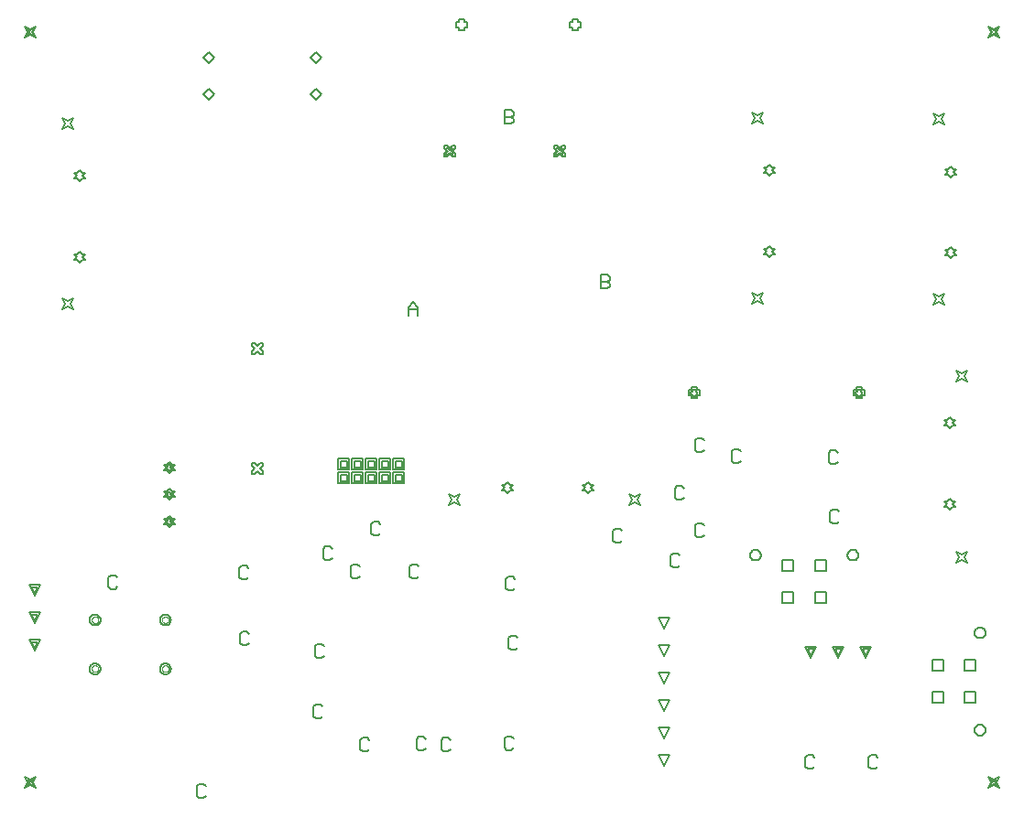
<source format=gbr>
%FSTAX23Y23*%
%MOIN*%
%SFA1B1*%

%IPPOS*%
%ADD78C,0.005000*%
%ADD149C,0.007000*%
%ADD150C,0.004000*%
%LNbatt_man_rev2_drawing_1-1*%
%LPD*%
G54D78*
X03549Y00901D02*
Y00941D01*
X03589*
Y00901*
X03549*
X03431D02*
Y00941D01*
X03471*
Y00901*
X03431*
X03549Y01019D02*
Y01059D01*
X03589*
Y01019*
X03549*
X03431D02*
Y01059D01*
X03471*
Y01019*
X03431*
X02455Y0067D02*
X02435Y0071D01*
X02475*
X02455Y0067*
Y0077D02*
X02435Y0081D01*
X02475*
X02455Y0077*
Y0087D02*
X02435Y0091D01*
X02475*
X02455Y0087*
Y0097D02*
X02435Y0101D01*
X02475*
X02455Y0097*
Y0107D02*
X02435Y0111D01*
X02475*
X02455Y0107*
Y0117D02*
X02435Y0121D01*
X02475*
X02455Y0117*
X03495Y01605D02*
X03505Y01615D01*
X03515*
X03505Y01625*
X03515Y01635*
X03505*
X03495Y01645*
X03485Y01635*
X03475*
X03485Y01625*
X03475Y01615*
X03485*
X03495Y01605*
Y019D02*
X03505Y0191D01*
X03515*
X03505Y0192*
X03515Y0193*
X03505*
X03495Y0194*
X03485Y0193*
X03475*
X03485Y0192*
X03475Y0191*
X03485*
X03495Y019*
X0352Y01412D02*
X0353Y01432D01*
X0352Y01452*
X0354Y01442*
X0356Y01452*
X0355Y01432*
X0356Y01412*
X0354Y01422*
X0352Y01412*
Y0207D02*
X0353Y0209D01*
X0352Y0211*
X0354Y021*
X0356Y0211*
X0355Y0209*
X0356Y0207*
X0354Y0208*
X0352Y0207*
X01885Y01665D02*
X01895Y01675D01*
X01905*
X01895Y01685*
X01905Y01695*
X01895*
X01885Y01705*
X01875Y01695*
X01865*
X01875Y01685*
X01865Y01675*
X01875*
X01885Y01665*
X0218D02*
X0219Y01675D01*
X022*
X0219Y01685*
X022Y01695*
X0219*
X0218Y01705*
X0217Y01695*
X0216*
X0217Y01685*
X0216Y01675*
X0217*
X0218Y01665*
X01672Y0162D02*
X01682Y0164D01*
X01672Y0166*
X01692Y0165*
X01712Y0166*
X01702Y0164*
X01712Y0162*
X01692Y0163*
X01672Y0162*
X0233D02*
X0234Y0164D01*
X0233Y0166*
X0235Y0165*
X0237Y0166*
X0236Y0164*
X0237Y0162*
X0235Y0163*
X0233Y0162*
X03005Y01383D02*
Y01423D01*
X03045*
Y01383*
X03005*
Y01265D02*
Y01305D01*
X03045*
Y01265*
X03005*
X02887Y01383D02*
Y01423D01*
X02927*
Y01383*
X02887*
Y01265D02*
Y01305D01*
X02927*
Y01265*
X02887*
X02121Y0336D02*
Y0335D01*
X02141*
Y0336*
X02151*
Y0338*
X02141*
Y0339*
X02121*
Y0338*
X02111*
Y0336*
X02121*
X01709D02*
Y0335D01*
X01729*
Y0336*
X01739*
Y0338*
X01729*
Y0339*
X01709*
Y0338*
X01699*
Y0336*
X01709*
X00955Y02173D02*
X00965D01*
X00975Y02183*
X00985Y02173*
X00995*
Y02183*
X00985Y02193*
X00995Y02203*
Y02213*
X00985*
X00975Y02203*
X00965Y02213*
X00955*
Y02203*
X00965Y02193*
X00955Y02183*
Y02173*
Y01735D02*
X00965D01*
X00975Y01745*
X00985Y01735*
X00995*
Y01745*
X00985Y01755*
X00995Y01765*
Y01775*
X00985*
X00975Y01765*
X00965Y01775*
X00955*
Y01765*
X00965Y01755*
X00955Y01745*
Y01735*
X0078Y03118D02*
X008Y03138D01*
X0082Y03118*
X008Y03098*
X0078Y03118*
X0117D02*
X0119Y03138D01*
X0121Y03118*
X0119Y03098*
X0117Y03118*
Y03252D02*
X0119Y03272D01*
X0121Y03252*
X0119Y03232*
X0117Y03252*
X0078D02*
X008Y03272D01*
X0082Y03252*
X008Y03232*
X0078Y03252*
X0033Y028D02*
X0034Y0281D01*
X0035*
X0034Y0282*
X0035Y0283*
X0034*
X0033Y0284*
X0032Y0283*
X0031*
X0032Y0282*
X0031Y0281*
X0032*
X0033Y028*
Y02505D02*
X0034Y02515D01*
X0035*
X0034Y02525*
X0035Y02535*
X0034*
X0033Y02545*
X0032Y02535*
X0031*
X0032Y02525*
X0031Y02515*
X0032*
X0033Y02505*
X00265Y02993D02*
X00275Y03013D01*
X00265Y03033*
X00285Y03023*
X00305Y03033*
X00295Y03013*
X00305Y02993*
X00285Y03003*
X00265Y02993*
Y02335D02*
X00275Y02355D01*
X00265Y02375*
X00285Y02365*
X00305Y02375*
X00295Y02355*
X00305Y02335*
X00285Y02345*
X00265Y02335*
X035Y02815D02*
X0351Y02825D01*
X0352*
X0351Y02835*
X0352Y02845*
X0351*
X035Y02855*
X0349Y02845*
X0348*
X0349Y02835*
X0348Y02825*
X0349*
X035Y02815*
Y0252D02*
X0351Y0253D01*
X0352*
X0351Y0254*
X0352Y0255*
X0351*
X035Y0256*
X0349Y0255*
X0348*
X0349Y0254*
X0348Y0253*
X0349*
X035Y0252*
X03435Y03008D02*
X03445Y03028D01*
X03435Y03048*
X03455Y03038*
X03475Y03048*
X03465Y03028*
X03475Y03008*
X03455Y03018*
X03435Y03008*
Y0235D02*
X03445Y0237D01*
X03435Y0239*
X03455Y0238*
X03475Y0239*
X03465Y0237*
X03475Y0235*
X03455Y0236*
X03435Y0235*
X0284Y0282D02*
X0285Y0283D01*
X0286*
X0285Y0284*
X0286Y0285*
X0285*
X0284Y0286*
X0283Y0285*
X0282*
X0283Y0284*
X0282Y0283*
X0283*
X0284Y0282*
Y02525D02*
X0285Y02535D01*
X0286*
X0285Y02545*
X0286Y02555*
X0285*
X0284Y02565*
X0283Y02555*
X0282*
X0283Y02545*
X0282Y02535*
X0283*
X0284Y02525*
X02775Y03013D02*
X02785Y03033D01*
X02775Y03053*
X02795Y03043*
X02815Y03053*
X02805Y03033*
X02815Y03013*
X02795Y03023*
X02775Y03013*
Y02355D02*
X02785Y02375D01*
X02775Y02395*
X02795Y02385*
X02815Y02395*
X02805Y02375*
X02815Y02355*
X02795Y02365*
X02775Y02355*
X0127Y017D02*
Y0174D01*
X0131*
Y017*
X0127*
X01278Y01708D02*
Y01732D01*
X01302*
Y01708*
X01278*
X0132Y017D02*
Y0174D01*
X0136*
Y017*
X0132*
X01328Y01708D02*
Y01732D01*
X01352*
Y01708*
X01328*
X0137Y017D02*
Y0174D01*
X0141*
Y017*
X0137*
X01378Y01708D02*
Y01732D01*
X01402*
Y01708*
X01378*
X0142Y017D02*
Y0174D01*
X0146*
Y017*
X0142*
X01428Y01708D02*
Y01732D01*
X01452*
Y01708*
X01428*
X0147Y017D02*
Y0174D01*
X0151*
Y017*
X0147*
X01478Y01708D02*
Y01732D01*
X01502*
Y01708*
X01478*
X0127Y0175D02*
Y0179D01*
X0131*
Y0175*
X0127*
X01278Y01758D02*
Y01782D01*
X01302*
Y01758*
X01278*
X0132Y0175D02*
Y0179D01*
X0136*
Y0175*
X0132*
X01328Y01758D02*
Y01782D01*
X01352*
Y01758*
X01328*
X0137Y0175D02*
Y0179D01*
X0141*
Y0175*
X0137*
X01378Y01758D02*
Y01782D01*
X01402*
Y01758*
X01378*
X0142Y0175D02*
Y0179D01*
X0146*
Y0175*
X0142*
X01428Y01758D02*
Y01782D01*
X01452*
Y01758*
X01428*
X0147Y0175D02*
Y0179D01*
X0151*
Y0175*
X0147*
X01478Y01758D02*
Y01782D01*
X01502*
Y01758*
X01478*
X00165Y0129D02*
X00145Y0133D01*
X00185*
X00165Y0129*
Y01298D02*
X00153Y01322D01*
X00177*
X00165Y01298*
Y0119D02*
X00145Y0123D01*
X00185*
X00165Y0119*
Y01198D02*
X00153Y01222D01*
X00177*
X00165Y01198*
Y0109D02*
X00145Y0113D01*
X00185*
X00165Y0109*
Y01098D02*
X00153Y01122D01*
X00177*
X00165Y01098*
X00654Y01738D02*
X00664Y01748D01*
X00674*
X00664Y01758*
X00674Y01768*
X00664*
X00654Y01778*
X00644Y01768*
X00634*
X00644Y01758*
X00634Y01748*
X00644*
X00654Y01738*
Y01746D02*
X0066Y01752D01*
X00666*
X0066Y01758*
X00666Y01764*
X0066*
X00654Y0177*
X00648Y01764*
X00642*
X00648Y01758*
X00642Y01752*
X00648*
X00654Y01746*
Y0164D02*
X00664Y0165D01*
X00674*
X00664Y0166*
X00674Y0167*
X00664*
X00654Y0168*
X00644Y0167*
X00634*
X00644Y0166*
X00634Y0165*
X00644*
X00654Y0164*
Y01648D02*
X0066Y01654D01*
X00666*
X0066Y0166*
X00666Y01666*
X0066*
X00654Y01672*
X00648Y01666*
X00642*
X00648Y0166*
X00642Y01654*
X00648*
X00654Y01648*
Y01542D02*
X00664Y01552D01*
X00674*
X00664Y01562*
X00674Y01572*
X00664*
X00654Y01582*
X00644Y01572*
X00634*
X00644Y01562*
X00634Y01552*
X00644*
X00654Y01542*
Y0155D02*
X0066Y01556D01*
X00666*
X0066Y01562*
X00666Y01568*
X0066*
X00654Y01574*
X00648Y01568*
X00642*
X00648Y01562*
X00642Y01556*
X00648*
X00654Y0155*
X0013Y03325D02*
X0014Y03345D01*
X0013Y03365*
X0015Y03355*
X0017Y03365*
X0016Y03345*
X0017Y03325*
X0015Y03335*
X0013Y03325*
X00138Y03333D02*
X00144Y03345D01*
X00138Y03357*
X0015Y03351*
X00162Y03357*
X00156Y03345*
X00162Y03333*
X0015Y03339*
X00138Y03333*
X0013Y0059D02*
X0014Y0061D01*
X0013Y0063*
X0015Y0062*
X0017Y0063*
X0016Y0061*
X0017Y0059*
X0015Y006*
X0013Y0059*
X00138Y00598D02*
X00144Y0061D01*
X00138Y00622*
X0015Y00616*
X00162Y00622*
X00156Y0061*
X00162Y00598*
X0015Y00604*
X00138Y00598*
X03635Y03325D02*
X03645Y03345D01*
X03635Y03365*
X03655Y03355*
X03675Y03365*
X03665Y03345*
X03675Y03325*
X03655Y03335*
X03635Y03325*
X03643Y03333D02*
X03649Y03345D01*
X03643Y03357*
X03655Y03351*
X03667Y03357*
X03661Y03345*
X03667Y03333*
X03655Y03339*
X03643Y03333*
X03635Y0059D02*
X03645Y0061D01*
X03635Y0063*
X03655Y0062*
X03675Y0063*
X03665Y0061*
X03675Y0059*
X03655Y006*
X03635Y0059*
X03643Y00598D02*
X03649Y0061D01*
X03643Y00622*
X03655Y00616*
X03667Y00622*
X03661Y0061*
X03667Y00598*
X03655Y00604*
X03643Y00598*
X02555Y0202D02*
Y0201D01*
X02575*
Y0202*
X02585*
Y0204*
X02575*
Y0205*
X02555*
Y0204*
X02545*
Y0202*
X02555*
X02559Y02024D02*
Y02018D01*
X02571*
Y02024*
X02577*
Y02036*
X02571*
Y02042*
X02559*
Y02036*
X02553*
Y02024*
X02559*
X03155Y0202D02*
Y0201D01*
X03175*
Y0202*
X03185*
Y0204*
X03175*
Y0205*
X03155*
Y0204*
X03145*
Y0202*
X03155*
X03159Y02024D02*
Y02018D01*
X03171*
Y02024*
X03177*
Y02036*
X03171*
Y02042*
X03159*
Y02036*
X03153*
Y02024*
X03159*
X02055Y0289D02*
X02065D01*
X02075Y029*
X02085Y0289*
X02095*
Y029*
X02085Y0291*
X02095Y0292*
Y0293*
X02085*
X02075Y0292*
X02065Y0293*
X02055*
Y0292*
X02065Y0291*
X02055Y029*
Y0289*
X02063Y02898D02*
X02069D01*
X02075Y02904*
X02081Y02898*
X02087*
Y02904*
X02081Y0291*
X02087Y02916*
Y02922*
X02081*
X02075Y02916*
X02069Y02922*
X02063*
Y02916*
X02069Y0291*
X02063Y02904*
Y02898*
X01655Y0289D02*
X01665D01*
X01675Y029*
X01685Y0289*
X01695*
Y029*
X01685Y0291*
X01695Y0292*
Y0293*
X01685*
X01675Y0292*
X01665Y0293*
X01655*
Y0292*
X01665Y0291*
X01655Y029*
Y0289*
X01663Y02898D02*
X01669D01*
X01675Y02904*
X01681Y02898*
X01687*
Y02904*
X01681Y0291*
X01687Y02916*
Y02922*
X01681*
X01675Y02916*
X01669Y02922*
X01663*
Y02916*
X01669Y0291*
X01663Y02904*
Y02898*
X01525Y0231D02*
Y02343D01*
X01542Y0236*
X01558Y02343*
Y0231*
Y02335*
X01525*
X01875Y0306D02*
Y0301D01*
X019*
X01908Y03018*
Y03027*
X019Y03035*
X01875*
X019*
X01908Y03043*
Y03052*
X019Y0306*
X01875*
X02225Y0246D02*
Y0241D01*
X0225*
X02258Y02418*
Y02427*
X0225Y02435*
X02225*
X0225*
X02258Y02443*
Y02452*
X0225Y0246*
X02225*
X0299Y01065D02*
X0297Y01105D01*
X0301*
X0299Y01065*
Y01073D02*
X02978Y01097D01*
X03002*
X0299Y01073*
X0309Y01065D02*
X0307Y01105D01*
X0311*
X0309Y01065*
Y01073D02*
X03078Y01097D01*
X03102*
X0309Y01073*
X0319Y01065D02*
X0317Y01105D01*
X0321*
X0319Y01065*
Y01073D02*
X03178Y01097D01*
X03202*
X0319Y01073*
X00943Y01392D02*
X00935Y014D01*
X00918*
X0091Y01392*
Y01358*
X00918Y0135*
X00935*
X00943Y01358*
X00946Y01153D02*
X00937Y01161D01*
X00921*
X00912Y01153*
Y01119*
X00921Y01111*
X00937*
X00946Y01119*
X00788Y00597D02*
X0078Y00605D01*
X00763*
X00755Y00597*
Y00563*
X00763Y00555*
X0078*
X00788Y00563*
X03233Y00702D02*
X03225Y0071D01*
X03208*
X032Y00702*
Y00668*
X03208Y0066*
X03225*
X03233Y00668*
X03003Y00702D02*
X02995Y0071D01*
X02978*
X0297Y00702*
Y00668*
X02978Y0066*
X02995*
X03003Y00668*
X01248Y01462D02*
X0124Y0147D01*
X01223*
X01215Y01462*
Y01428*
X01223Y0142*
X0124*
X01248Y01428*
X01213Y00887D02*
X01205Y00895D01*
X01188*
X0118Y00887*
Y00853*
X01188Y00845*
X01205*
X01213Y00853*
X01218Y01107D02*
X0121Y01115D01*
X01193*
X01185Y01107*
Y01073*
X01193Y01065*
X0121*
X01218Y01073*
X02303Y01527D02*
X02295Y01535D01*
X02278*
X0227Y01527*
Y01493*
X02278Y01485*
X02295*
X02303Y01493*
X01423Y01552D02*
X01414Y0156D01*
X01398*
X01389Y01552*
Y01518*
X01398Y0151*
X01414*
X01423Y01518*
X03088Y01812D02*
X0308Y0182D01*
X03063*
X03055Y01812*
Y01778*
X03063Y0177*
X0308*
X03088Y01778*
X00466Y01357D02*
X00458Y01365D01*
X00441*
X00433Y01357*
Y01324*
X00441Y01315*
X00458*
X00466Y01324*
X03093Y01597D02*
X03085Y01605D01*
X03068*
X0306Y01597*
Y01563*
X03068Y01555*
X03085*
X03093Y01563*
X01923Y01137D02*
X01915Y01145D01*
X01898*
X0189Y01137*
Y01103*
X01898Y01095*
X01915*
X01923Y01103*
X01913Y01352D02*
X01905Y0136D01*
X01888*
X0188Y01352*
Y01318*
X01888Y0131*
X01905*
X01913Y01318*
X01348Y01397D02*
X0134Y01405D01*
X01323*
X01315Y01397*
Y01363*
X01323Y01355*
X0134*
X01348Y01363*
X01563Y01397D02*
X01555Y01405D01*
X01538*
X0153Y01397*
Y01363*
X01538Y01355*
X01555*
X01563Y01363*
X01383Y00766D02*
X01375Y00774D01*
X01358*
X0135Y00766*
Y00733*
X01358Y00724*
X01375*
X01383Y00733*
X01588Y00768D02*
X0158Y00777D01*
X01563*
X01555Y00768*
Y00735*
X01563Y00727*
X0158*
X01588Y00735*
X01908Y0077D02*
X019Y00778D01*
X01883*
X01875Y0077*
Y00737*
X01883Y00728*
X019*
X01908Y00737*
X01678Y00766D02*
X0167Y00774D01*
X01653*
X01645Y00766*
Y00732*
X01653Y00724*
X0167*
X01678Y00732*
X02528Y01682D02*
X0252Y0169D01*
X02503*
X02495Y01682*
Y01648*
X02503Y0164*
X0252*
X02528Y01648*
X02513Y01437D02*
X02505Y01445D01*
X02488*
X0248Y01437*
Y01403*
X02488Y01395*
X02505*
X02513Y01403*
X02734Y01817D02*
X02726Y01825D01*
X02709*
X02701Y01817*
Y01783*
X02709Y01775*
X02726*
X02734Y01783*
X02601Y01547D02*
X02593Y01555D01*
X02576*
X02568Y01547*
Y01513*
X02576Y01505*
X02593*
X02601Y01513*
Y01857D02*
X02593Y01865D01*
X02576*
X02568Y01857*
Y01823*
X02576Y01815*
X02593*
X02601Y01823*
G54D149*
X03626Y00803D02*
D01*
X03625Y00804*
X03625Y00805*
X03625Y00807*
X03625Y00808*
X03624Y00809*
X03624Y00811*
X03623Y00812*
X03622Y00813*
X03622Y00814*
X03621Y00815*
X0362Y00816*
X03619Y00817*
X03618Y00818*
X03617Y00819*
X03616Y0082*
X03614Y0082*
X03613Y00821*
X03612Y00822*
X0361Y00822*
X03609Y00822*
X03608Y00822*
X03606Y00822*
X03605*
X03603Y00822*
X03602Y00822*
X03601Y00822*
X03599Y00822*
X03598Y00821*
X03597Y0082*
X03596Y0082*
X03594Y00819*
X03593Y00818*
X03592Y00817*
X03591Y00816*
X0359Y00815*
X03589Y00814*
X03589Y00813*
X03588Y00812*
X03587Y00811*
X03587Y00809*
X03586Y00808*
X03586Y00807*
X03586Y00805*
X03586Y00804*
X03586Y00803*
X03586Y00801*
X03586Y008*
X03586Y00798*
X03586Y00797*
X03587Y00796*
X03587Y00794*
X03588Y00793*
X03589Y00792*
X03589Y00791*
X0359Y0079*
X03591Y00789*
X03592Y00788*
X03593Y00787*
X03594Y00786*
X03596Y00785*
X03597Y00785*
X03598Y00784*
X03599Y00783*
X03601Y00783*
X03602Y00783*
X03603Y00783*
X03605Y00783*
X03606*
X03608Y00783*
X03609Y00783*
X0361Y00783*
X03612Y00783*
X03613Y00784*
X03614Y00785*
X03616Y00785*
X03617Y00786*
X03618Y00787*
X03619Y00788*
X0362Y00789*
X03621Y0079*
X03622Y00791*
X03622Y00792*
X03623Y00793*
X03624Y00794*
X03624Y00796*
X03625Y00797*
X03625Y00798*
X03625Y008*
X03625Y00801*
X03626Y00803*
Y01157D02*
D01*
X03625Y01158*
X03625Y01159*
X03625Y01161*
X03625Y01162*
X03624Y01163*
X03624Y01165*
X03623Y01166*
X03622Y01167*
X03622Y01168*
X03621Y01169*
X0362Y0117*
X03619Y01171*
X03618Y01172*
X03617Y01173*
X03616Y01174*
X03614Y01174*
X03613Y01175*
X03612Y01176*
X0361Y01176*
X03609Y01176*
X03608Y01176*
X03606Y01176*
X03605*
X03603Y01176*
X03602Y01176*
X03601Y01176*
X03599Y01176*
X03598Y01175*
X03597Y01174*
X03596Y01174*
X03594Y01173*
X03593Y01172*
X03592Y01171*
X03591Y0117*
X0359Y01169*
X03589Y01168*
X03589Y01167*
X03588Y01166*
X03587Y01165*
X03587Y01163*
X03586Y01162*
X03586Y01161*
X03586Y01159*
X03586Y01158*
X03586Y01157*
X03586Y01155*
X03586Y01154*
X03586Y01152*
X03586Y01151*
X03587Y0115*
X03587Y01148*
X03588Y01147*
X03589Y01146*
X03589Y01145*
X0359Y01144*
X03591Y01143*
X03592Y01142*
X03593Y01141*
X03594Y0114*
X03596Y01139*
X03597Y01139*
X03598Y01138*
X03599Y01137*
X03601Y01137*
X03602Y01137*
X03603Y01137*
X03605Y01137*
X03606*
X03608Y01137*
X03609Y01137*
X0361Y01137*
X03612Y01137*
X03613Y01138*
X03614Y01139*
X03616Y01139*
X03617Y0114*
X03618Y01141*
X03619Y01142*
X0362Y01143*
X03621Y01144*
X03622Y01145*
X03622Y01146*
X03623Y01147*
X03624Y01148*
X03624Y0115*
X03625Y01151*
X03625Y01152*
X03625Y01154*
X03625Y01155*
X03626Y01157*
X03163Y0144D02*
D01*
X03162Y01441*
X03162Y01442*
X03162Y01444*
X03162Y01445*
X03161Y01446*
X03161Y01448*
X0316Y01449*
X03159Y0145*
X03159Y01451*
X03158Y01452*
X03157Y01453*
X03156Y01454*
X03155Y01455*
X03154Y01456*
X03153Y01457*
X03151Y01457*
X0315Y01458*
X03149Y01459*
X03147Y01459*
X03146Y01459*
X03145Y01459*
X03143Y01459*
X03142*
X0314Y01459*
X03139Y01459*
X03138Y01459*
X03136Y01459*
X03135Y01458*
X03134Y01457*
X03133Y01457*
X03131Y01456*
X0313Y01455*
X03129Y01454*
X03128Y01453*
X03127Y01452*
X03126Y01451*
X03126Y0145*
X03125Y01449*
X03124Y01448*
X03124Y01446*
X03123Y01445*
X03123Y01444*
X03123Y01442*
X03123Y01441*
X03123Y0144*
X03123Y01438*
X03123Y01437*
X03123Y01435*
X03123Y01434*
X03124Y01433*
X03124Y01431*
X03125Y0143*
X03126Y01429*
X03126Y01428*
X03127Y01427*
X03128Y01426*
X03129Y01425*
X0313Y01424*
X03131Y01423*
X03133Y01422*
X03134Y01422*
X03135Y01421*
X03136Y0142*
X03138Y0142*
X03139Y0142*
X0314Y0142*
X03142Y0142*
X03143*
X03145Y0142*
X03146Y0142*
X03147Y0142*
X03149Y0142*
X0315Y01421*
X03151Y01422*
X03153Y01422*
X03154Y01423*
X03155Y01424*
X03156Y01425*
X03157Y01426*
X03158Y01427*
X03159Y01428*
X03159Y01429*
X0316Y0143*
X03161Y01431*
X03161Y01433*
X03162Y01434*
X03162Y01435*
X03162Y01437*
X03162Y01438*
X03163Y0144*
X02809D02*
D01*
X02808Y01441*
X02808Y01442*
X02808Y01444*
X02808Y01445*
X02807Y01446*
X02807Y01448*
X02806Y01449*
X02805Y0145*
X02805Y01451*
X02804Y01452*
X02803Y01453*
X02802Y01454*
X02801Y01455*
X028Y01456*
X02799Y01457*
X02797Y01457*
X02796Y01458*
X02795Y01459*
X02793Y01459*
X02792Y01459*
X02791Y01459*
X02789Y01459*
X02788*
X02786Y01459*
X02785Y01459*
X02784Y01459*
X02782Y01459*
X02781Y01458*
X0278Y01457*
X02779Y01457*
X02777Y01456*
X02776Y01455*
X02775Y01454*
X02774Y01453*
X02773Y01452*
X02772Y01451*
X02772Y0145*
X02771Y01449*
X0277Y01448*
X0277Y01446*
X02769Y01445*
X02769Y01444*
X02769Y01442*
X02769Y01441*
X02769Y0144*
X02769Y01438*
X02769Y01437*
X02769Y01435*
X02769Y01434*
X0277Y01433*
X0277Y01431*
X02771Y0143*
X02772Y01429*
X02772Y01428*
X02773Y01427*
X02774Y01426*
X02775Y01425*
X02776Y01424*
X02777Y01423*
X02779Y01422*
X0278Y01422*
X02781Y01421*
X02782Y0142*
X02784Y0142*
X02785Y0142*
X02786Y0142*
X02788Y0142*
X02789*
X02791Y0142*
X02792Y0142*
X02793Y0142*
X02795Y0142*
X02796Y01421*
X02797Y01422*
X02799Y01422*
X028Y01423*
X02801Y01424*
X02802Y01425*
X02803Y01426*
X02804Y01427*
X02805Y01428*
X02805Y01429*
X02806Y0143*
X02807Y01431*
X02807Y01433*
X02808Y01434*
X02808Y01435*
X02808Y01437*
X02808Y01438*
X02809Y0144*
X00405Y01204D02*
D01*
X00404Y01205*
X00404Y01206*
X00404Y01208*
X00404Y01209*
X00403Y0121*
X00403Y01212*
X00402Y01213*
X00401Y01214*
X00401Y01215*
X004Y01216*
X00399Y01217*
X00398Y01218*
X00397Y01219*
X00396Y0122*
X00395Y01221*
X00393Y01221*
X00392Y01222*
X00391Y01223*
X00389Y01223*
X00388Y01223*
X00387Y01223*
X00385Y01223*
X00384*
X00382Y01223*
X00381Y01223*
X0038Y01223*
X00378Y01223*
X00377Y01222*
X00376Y01221*
X00375Y01221*
X00373Y0122*
X00372Y01219*
X00371Y01218*
X0037Y01217*
X00369Y01216*
X00368Y01215*
X00368Y01214*
X00367Y01213*
X00366Y01212*
X00366Y0121*
X00365Y01209*
X00365Y01208*
X00365Y01206*
X00365Y01205*
X00365Y01204*
X00365Y01202*
X00365Y01201*
X00365Y01199*
X00365Y01198*
X00366Y01197*
X00366Y01195*
X00367Y01194*
X00368Y01193*
X00368Y01192*
X00369Y01191*
X0037Y0119*
X00371Y01189*
X00372Y01188*
X00373Y01187*
X00375Y01186*
X00376Y01186*
X00377Y01185*
X00378Y01184*
X0038Y01184*
X00381Y01184*
X00382Y01184*
X00384Y01184*
X00385*
X00387Y01184*
X00388Y01184*
X00389Y01184*
X00391Y01184*
X00392Y01185*
X00393Y01186*
X00395Y01186*
X00396Y01187*
X00397Y01188*
X00398Y01189*
X00399Y0119*
X004Y01191*
X00401Y01192*
X00401Y01193*
X00402Y01194*
X00403Y01195*
X00403Y01197*
X00404Y01198*
X00404Y01199*
X00404Y01201*
X00404Y01202*
X00405Y01204*
X00661D02*
D01*
X0066Y01205*
X0066Y01206*
X0066Y01208*
X0066Y01209*
X00659Y0121*
X00659Y01212*
X00658Y01213*
X00657Y01214*
X00657Y01215*
X00656Y01216*
X00655Y01217*
X00654Y01218*
X00653Y01219*
X00652Y0122*
X00651Y01221*
X00649Y01221*
X00648Y01222*
X00647Y01223*
X00645Y01223*
X00644Y01223*
X00643Y01223*
X00641Y01223*
X0064*
X00638Y01223*
X00637Y01223*
X00636Y01223*
X00634Y01223*
X00633Y01222*
X00632Y01221*
X00631Y01221*
X00629Y0122*
X00628Y01219*
X00627Y01218*
X00626Y01217*
X00625Y01216*
X00624Y01215*
X00624Y01214*
X00623Y01213*
X00622Y01212*
X00622Y0121*
X00621Y01209*
X00621Y01208*
X00621Y01206*
X00621Y01205*
X00621Y01204*
X00621Y01202*
X00621Y01201*
X00621Y01199*
X00621Y01198*
X00622Y01197*
X00622Y01195*
X00623Y01194*
X00624Y01193*
X00624Y01192*
X00625Y01191*
X00626Y0119*
X00627Y01189*
X00628Y01188*
X00629Y01187*
X00631Y01186*
X00632Y01186*
X00633Y01185*
X00634Y01184*
X00636Y01184*
X00637Y01184*
X00638Y01184*
X0064Y01184*
X00641*
X00643Y01184*
X00644Y01184*
X00645Y01184*
X00647Y01184*
X00648Y01185*
X00649Y01186*
X00651Y01186*
X00652Y01187*
X00653Y01188*
X00654Y01189*
X00655Y0119*
X00656Y01191*
X00657Y01192*
X00657Y01193*
X00658Y01194*
X00659Y01195*
X00659Y01197*
X0066Y01198*
X0066Y01199*
X0066Y01201*
X0066Y01202*
X00661Y01204*
X00405Y01026D02*
D01*
X00404Y01027*
X00404Y01028*
X00404Y0103*
X00404Y01031*
X00403Y01032*
X00403Y01034*
X00402Y01035*
X00401Y01036*
X00401Y01037*
X004Y01038*
X00399Y01039*
X00398Y0104*
X00397Y01041*
X00396Y01042*
X00395Y01043*
X00393Y01043*
X00392Y01044*
X00391Y01045*
X00389Y01045*
X00388Y01045*
X00387Y01045*
X00385Y01045*
X00384*
X00382Y01045*
X00381Y01045*
X0038Y01045*
X00378Y01045*
X00377Y01044*
X00376Y01043*
X00375Y01043*
X00373Y01042*
X00372Y01041*
X00371Y0104*
X0037Y01039*
X00369Y01038*
X00368Y01037*
X00368Y01036*
X00367Y01035*
X00366Y01034*
X00366Y01032*
X00365Y01031*
X00365Y0103*
X00365Y01028*
X00365Y01027*
X00365Y01026*
X00365Y01024*
X00365Y01023*
X00365Y01021*
X00365Y0102*
X00366Y01019*
X00366Y01017*
X00367Y01016*
X00368Y01015*
X00368Y01014*
X00369Y01013*
X0037Y01012*
X00371Y01011*
X00372Y0101*
X00373Y01009*
X00375Y01008*
X00376Y01008*
X00377Y01007*
X00378Y01006*
X0038Y01006*
X00381Y01006*
X00382Y01006*
X00384Y01006*
X00385*
X00387Y01006*
X00388Y01006*
X00389Y01006*
X00391Y01006*
X00392Y01007*
X00393Y01008*
X00395Y01008*
X00396Y01009*
X00397Y0101*
X00398Y01011*
X00399Y01012*
X004Y01013*
X00401Y01014*
X00401Y01015*
X00402Y01016*
X00403Y01017*
X00403Y01019*
X00404Y0102*
X00404Y01021*
X00404Y01023*
X00404Y01024*
X00405Y01026*
X00661D02*
D01*
X0066Y01027*
X0066Y01028*
X0066Y0103*
X0066Y01031*
X00659Y01032*
X00659Y01034*
X00658Y01035*
X00657Y01036*
X00657Y01037*
X00656Y01038*
X00655Y01039*
X00654Y0104*
X00653Y01041*
X00652Y01042*
X00651Y01043*
X00649Y01043*
X00648Y01044*
X00647Y01045*
X00645Y01045*
X00644Y01045*
X00643Y01045*
X00641Y01045*
X0064*
X00638Y01045*
X00637Y01045*
X00636Y01045*
X00634Y01045*
X00633Y01044*
X00632Y01043*
X00631Y01043*
X00629Y01042*
X00628Y01041*
X00627Y0104*
X00626Y01039*
X00625Y01038*
X00624Y01037*
X00624Y01036*
X00623Y01035*
X00622Y01034*
X00622Y01032*
X00621Y01031*
X00621Y0103*
X00621Y01028*
X00621Y01027*
X00621Y01026*
X00621Y01024*
X00621Y01023*
X00621Y01021*
X00621Y0102*
X00622Y01019*
X00622Y01017*
X00623Y01016*
X00624Y01015*
X00624Y01014*
X00625Y01013*
X00626Y01012*
X00627Y01011*
X00628Y0101*
X00629Y01009*
X00631Y01008*
X00632Y01008*
X00633Y01007*
X00634Y01006*
X00636Y01006*
X00637Y01006*
X00638Y01006*
X0064Y01006*
X00641*
X00643Y01006*
X00644Y01006*
X00645Y01006*
X00647Y01006*
X00648Y01007*
X00649Y01008*
X00651Y01008*
X00652Y01009*
X00653Y0101*
X00654Y01011*
X00655Y01012*
X00656Y01013*
X00657Y01014*
X00657Y01015*
X00658Y01016*
X00659Y01017*
X00659Y01019*
X0066Y0102*
X0066Y01021*
X0066Y01023*
X0066Y01024*
X00661Y01026*
G54D150*
X00397Y01204D02*
D01*
X00396Y01204*
X00396Y01205*
X00396Y01206*
X00396Y01207*
X00396Y01208*
X00395Y01208*
X00395Y01209*
X00395Y0121*
X00394Y01211*
X00394Y01211*
X00393Y01212*
X00393Y01212*
X00392Y01213*
X00391Y01213*
X00391Y01214*
X0039Y01214*
X00389Y01215*
X00388Y01215*
X00387Y01215*
X00387Y01215*
X00386Y01215*
X00385Y01215*
X00384*
X00383Y01215*
X00382Y01215*
X00382Y01215*
X00381Y01215*
X0038Y01215*
X00379Y01214*
X00379Y01214*
X00378Y01213*
X00377Y01213*
X00376Y01212*
X00376Y01212*
X00375Y01211*
X00375Y01211*
X00374Y0121*
X00374Y01209*
X00374Y01208*
X00373Y01208*
X00373Y01207*
X00373Y01206*
X00373Y01205*
X00373Y01204*
X00373Y01204*
X00373Y01203*
X00373Y01202*
X00373Y01201*
X00373Y012*
X00373Y01199*
X00374Y01199*
X00374Y01198*
X00374Y01197*
X00375Y01196*
X00375Y01196*
X00376Y01195*
X00376Y01195*
X00377Y01194*
X00378Y01194*
X00379Y01193*
X00379Y01193*
X0038Y01192*
X00381Y01192*
X00382Y01192*
X00382Y01192*
X00383Y01192*
X00384Y01192*
X00385*
X00386Y01192*
X00387Y01192*
X00387Y01192*
X00388Y01192*
X00389Y01192*
X0039Y01193*
X00391Y01193*
X00391Y01194*
X00392Y01194*
X00393Y01195*
X00393Y01195*
X00394Y01196*
X00394Y01196*
X00395Y01197*
X00395Y01198*
X00395Y01199*
X00396Y01199*
X00396Y012*
X00396Y01201*
X00396Y01202*
X00396Y01203*
X00397Y01204*
X00653D02*
D01*
X00652Y01204*
X00652Y01205*
X00652Y01206*
X00652Y01207*
X00652Y01208*
X00651Y01208*
X00651Y01209*
X00651Y0121*
X0065Y01211*
X0065Y01211*
X00649Y01212*
X00649Y01212*
X00648Y01213*
X00647Y01213*
X00647Y01214*
X00646Y01214*
X00645Y01215*
X00644Y01215*
X00643Y01215*
X00643Y01215*
X00642Y01215*
X00641Y01215*
X0064*
X00639Y01215*
X00638Y01215*
X00638Y01215*
X00637Y01215*
X00636Y01215*
X00635Y01214*
X00635Y01214*
X00634Y01213*
X00633Y01213*
X00632Y01212*
X00632Y01212*
X00631Y01211*
X00631Y01211*
X0063Y0121*
X0063Y01209*
X0063Y01208*
X00629Y01208*
X00629Y01207*
X00629Y01206*
X00629Y01205*
X00629Y01204*
X00629Y01204*
X00629Y01203*
X00629Y01202*
X00629Y01201*
X00629Y012*
X00629Y01199*
X0063Y01199*
X0063Y01198*
X0063Y01197*
X00631Y01196*
X00631Y01196*
X00632Y01195*
X00632Y01195*
X00633Y01194*
X00634Y01194*
X00635Y01193*
X00635Y01193*
X00636Y01192*
X00637Y01192*
X00638Y01192*
X00638Y01192*
X00639Y01192*
X0064Y01192*
X00641*
X00642Y01192*
X00643Y01192*
X00643Y01192*
X00644Y01192*
X00645Y01192*
X00646Y01193*
X00647Y01193*
X00647Y01194*
X00648Y01194*
X00649Y01195*
X00649Y01195*
X0065Y01196*
X0065Y01196*
X00651Y01197*
X00651Y01198*
X00651Y01199*
X00652Y01199*
X00652Y012*
X00652Y01201*
X00652Y01202*
X00652Y01203*
X00653Y01204*
X00397Y01026D02*
D01*
X00396Y01026*
X00396Y01027*
X00396Y01028*
X00396Y01029*
X00396Y0103*
X00395Y0103*
X00395Y01031*
X00395Y01032*
X00394Y01033*
X00394Y01033*
X00393Y01034*
X00393Y01034*
X00392Y01035*
X00391Y01035*
X00391Y01036*
X0039Y01036*
X00389Y01037*
X00388Y01037*
X00387Y01037*
X00387Y01037*
X00386Y01037*
X00385Y01037*
X00384*
X00383Y01037*
X00382Y01037*
X00382Y01037*
X00381Y01037*
X0038Y01037*
X00379Y01036*
X00379Y01036*
X00378Y01035*
X00377Y01035*
X00376Y01034*
X00376Y01034*
X00375Y01033*
X00375Y01033*
X00374Y01032*
X00374Y01031*
X00374Y0103*
X00373Y0103*
X00373Y01029*
X00373Y01028*
X00373Y01027*
X00373Y01026*
X00373Y01026*
X00373Y01025*
X00373Y01024*
X00373Y01023*
X00373Y01022*
X00373Y01021*
X00374Y01021*
X00374Y0102*
X00374Y01019*
X00375Y01018*
X00375Y01018*
X00376Y01017*
X00376Y01017*
X00377Y01016*
X00378Y01016*
X00379Y01015*
X00379Y01015*
X0038Y01014*
X00381Y01014*
X00382Y01014*
X00382Y01014*
X00383Y01014*
X00384Y01014*
X00385*
X00386Y01014*
X00387Y01014*
X00387Y01014*
X00388Y01014*
X00389Y01014*
X0039Y01015*
X00391Y01015*
X00391Y01016*
X00392Y01016*
X00393Y01017*
X00393Y01017*
X00394Y01018*
X00394Y01018*
X00395Y01019*
X00395Y0102*
X00395Y01021*
X00396Y01021*
X00396Y01022*
X00396Y01023*
X00396Y01024*
X00396Y01025*
X00397Y01026*
X00653D02*
D01*
X00652Y01026*
X00652Y01027*
X00652Y01028*
X00652Y01029*
X00652Y0103*
X00651Y0103*
X00651Y01031*
X00651Y01032*
X0065Y01033*
X0065Y01033*
X00649Y01034*
X00649Y01034*
X00648Y01035*
X00647Y01035*
X00647Y01036*
X00646Y01036*
X00645Y01037*
X00644Y01037*
X00643Y01037*
X00643Y01037*
X00642Y01037*
X00641Y01037*
X0064*
X00639Y01037*
X00638Y01037*
X00638Y01037*
X00637Y01037*
X00636Y01037*
X00635Y01036*
X00635Y01036*
X00634Y01035*
X00633Y01035*
X00632Y01034*
X00632Y01034*
X00631Y01033*
X00631Y01033*
X0063Y01032*
X0063Y01031*
X0063Y0103*
X00629Y0103*
X00629Y01029*
X00629Y01028*
X00629Y01027*
X00629Y01026*
X00629Y01026*
X00629Y01025*
X00629Y01024*
X00629Y01023*
X00629Y01022*
X00629Y01021*
X0063Y01021*
X0063Y0102*
X0063Y01019*
X00631Y01018*
X00631Y01018*
X00632Y01017*
X00632Y01017*
X00633Y01016*
X00634Y01016*
X00635Y01015*
X00635Y01015*
X00636Y01014*
X00637Y01014*
X00638Y01014*
X00638Y01014*
X00639Y01014*
X0064Y01014*
X00641*
X00642Y01014*
X00643Y01014*
X00643Y01014*
X00644Y01014*
X00645Y01014*
X00646Y01015*
X00647Y01015*
X00647Y01016*
X00648Y01016*
X00649Y01017*
X00649Y01017*
X0065Y01018*
X0065Y01018*
X00651Y01019*
X00651Y0102*
X00651Y01021*
X00652Y01021*
X00652Y01022*
X00652Y01023*
X00652Y01024*
X00652Y01025*
X00653Y01026*
M02*
</source>
